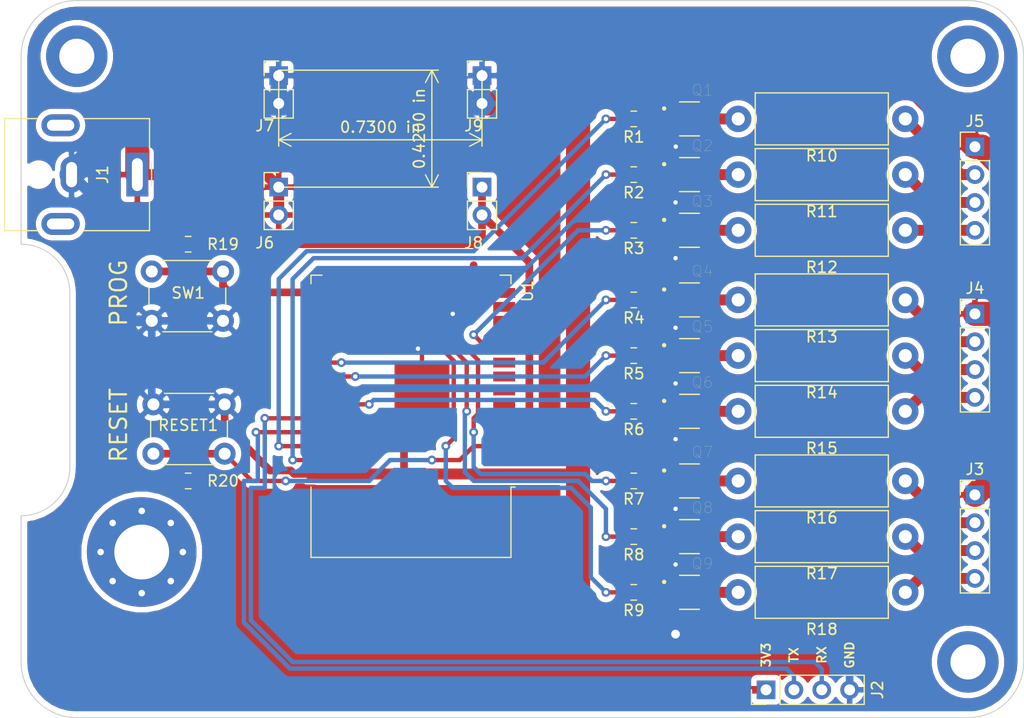
<source format=kicad_pcb>
(kicad_pcb (version 20171130) (host pcbnew 5.1.8)
  (layers (0 F.Cu signal) (31 B.Cu signal) (34 B.Paste user) (35 F.Paste user) (36 B.SilkS user) (37 F.SilkS user) (38 B.Mask user) (39 F.Mask user) (44 Edge.Cuts user))
  (net 0 "")
  (net 1 +12V)
  (net 2 GND)
  (net 3 "Net-(J3-Pad2)")
  (net 4 +3V3)
  (net 5 "Net-(J4-Pad4)")
  (net 6 "Net-(J4-Pad3)")
  (net 7 "Net-(J4-Pad2)")
  (net 8 "Net-(J5-Pad4)")
  (net 9 "Net-(J5-Pad3)")
  (net 10 "Net-(J5-Pad2)")
  (net 11 "Net-(Q1-Pad3)")
  (net 12 "Net-(Q1-Pad1)")
  (net 13 "Net-(Q2-Pad3)")
  (net 14 "Net-(Q2-Pad1)")
  (net 15 "Net-(Q3-Pad3)")
  (net 16 "Net-(Q3-Pad1)")
  (net 17 "Net-(Q4-Pad3)")
  (net 18 "Net-(Q4-Pad1)")
  (net 19 "Net-(Q5-Pad3)")
  (net 20 "Net-(Q5-Pad1)")
  (net 21 "Net-(Q6-Pad3)")
  (net 22 "Net-(Q6-Pad1)")
  (net 23 "Net-(Q7-Pad3)")
  (net 24 "Net-(Q7-Pad1)")
  (net 25 "Net-(Q8-Pad3)")
  (net 26 "Net-(Q8-Pad1)")
  (net 27 "Net-(Q9-Pad3)")
  (net 28 "Net-(Q9-Pad1)")
  (net 29 "Net-(R1-Pad2)")
  (net 30 "Net-(R2-Pad2)")
  (net 31 "Net-(R3-Pad2)")
  (net 32 "Net-(R4-Pad2)")
  (net 33 "Net-(R5-Pad2)")
  (net 34 "Net-(R6-Pad2)")
  (net 35 "Net-(R7-Pad2)")
  (net 36 "Net-(R8-Pad2)")
  (net 37 "Net-(R9-Pad2)")
  (net 38 "Net-(U1-Pad32)")
  (net 39 "Net-(U1-Pad29)")
  (net 40 "Net-(U1-Pad23)")
  (net 41 "Net-(U1-Pad22)")
  (net 42 "Net-(U1-Pad21)")
  (net 43 "Net-(U1-Pad20)")
  (net 44 "Net-(U1-Pad19)")
  (net 45 "Net-(U1-Pad18)")
  (net 46 "Net-(U1-Pad17)")
  (net 47 "Net-(U1-Pad16)")
  (net 48 "Net-(U1-Pad14)")
  (net 49 "Net-(U1-Pad13)")
  (net 50 "Net-(U1-Pad12)")
  (net 51 "Net-(U1-Pad11)")
  (net 52 "Net-(U1-Pad9)")
  (net 53 "Net-(U1-Pad8)")
  (net 54 "Net-(U1-Pad7)")
  (net 55 "Net-(U1-Pad6)")
  (net 56 "Net-(U1-Pad5)")
  (net 57 "Net-(U1-Pad4)")
  (net 58 /TX0)
  (net 59 /RX0)
  (net 60 "Net-(J3-Pad4)")
  (net 61 "Net-(J3-Pad3)")
  (net 62 "Net-(R19-Pad2)")
  (net 63 "Net-(R20-Pad2)")
  (module MountingHole:MountingHole_3.2mm_M3_DIN965_Pad (layer F.Cu) (at 111.76 147.955)
    (fp_text reference " " (at 0 -3.8) (layer F.SilkS))
    (fp_text value MountingHole_3.2mm_M3_DIN965_Pad)
    (pad 1 thru_hole circle (at 0 0) (size 5.6 5.6) (drill 3.2) (layers *.Cu *.Mask))
  )
  (module MountingHole:MountingHole_3.2mm_M3_DIN965_Pad (layer F.Cu) (at 111.76 92.71)
    (fp_text reference " " (at 0 -3.8) (layer F.SilkS))
    (fp_text value MountingHole_3.2mm_M3_DIN965_Pad)
    (pad 1 thru_hole circle (at 0 0) (size 5.6 5.6) (drill 3.2) (layers *.Cu *.Mask))
  )
  (module MountingHole:MountingHole_3.2mm_M3_DIN965_Pad (layer F.Cu) (at 30.48 92.71)
    (fp_text reference " " (at 0 -3.8) (layer F.SilkS))
    (fp_text value MountingHole_3.2mm_M3_DIN965_Pad)
    (pad 1 thru_hole circle (at 0 0) (size 5.6 5.6) (drill 3.2) (layers *.Cu *.Mask))
  )
  (module Resistor_THT:R_Axial_DIN0414_L11.9mm_D4.5mm_P15.24mm_Horizontal (layer F.Cu) (at 106.045 141.605 180)
    (fp_text reference R18 (at 7.62 -3.37) (layer F.SilkS))
    (fp_text value 10)
    (pad 2 thru_hole oval (at 15.24 0 180) (size 2.4 2.4) (drill 1.2) (layers *.Cu *.Mask) (net 27 "Net-(Q9-Pad3)"))
    (pad 1 thru_hole circle (at 0 0 180) (size 2.4 2.4) (drill 1.2) (layers *.Cu *.Mask) (net 60 "Net-(J3-Pad4)"))
  )
  (module Resistor_THT:R_Axial_DIN0414_L11.9mm_D4.5mm_P15.24mm_Horizontal (layer F.Cu) (at 106.045 136.525 180)
    (fp_text reference R17 (at 7.62 -3.37) (layer F.SilkS))
    (fp_text value 10)
    (pad 2 thru_hole oval (at 15.24 0 180) (size 2.4 2.4) (drill 1.2) (layers *.Cu *.Mask) (net 25 "Net-(Q8-Pad3)"))
    (pad 1 thru_hole circle (at 0 0 180) (size 2.4 2.4) (drill 1.2) (layers *.Cu *.Mask) (net 61 "Net-(J3-Pad3)"))
  )
  (module Resistor_THT:R_Axial_DIN0414_L11.9mm_D4.5mm_P15.24mm_Horizontal (layer F.Cu) (at 106.045 131.445 180)
    (fp_text reference R16 (at 7.62 -3.37) (layer F.SilkS))
    (fp_text value 20)
    (pad 2 thru_hole oval (at 15.24 0 180) (size 2.4 2.4) (drill 1.2) (layers *.Cu *.Mask) (net 23 "Net-(Q7-Pad3)"))
    (pad 1 thru_hole circle (at 0 0 180) (size 2.4 2.4) (drill 1.2) (layers *.Cu *.Mask) (net 3 "Net-(J3-Pad2)"))
  )
  (module Resistor_THT:R_Axial_DIN0414_L11.9mm_D4.5mm_P15.24mm_Horizontal (layer F.Cu) (at 106.045 125.095 180)
    (fp_text reference R15 (at 7.62 -3.37) (layer F.SilkS))
    (fp_text value 10)
    (pad 2 thru_hole oval (at 15.24 0 180) (size 2.4 2.4) (drill 1.2) (layers *.Cu *.Mask) (net 21 "Net-(Q6-Pad3)"))
    (pad 1 thru_hole circle (at 0 0 180) (size 2.4 2.4) (drill 1.2) (layers *.Cu *.Mask) (net 5 "Net-(J4-Pad4)"))
  )
  (module Resistor_THT:R_Axial_DIN0414_L11.9mm_D4.5mm_P15.24mm_Horizontal (layer F.Cu) (at 106.045 120.015 180)
    (fp_text reference R14 (at 7.62 -3.37) (layer F.SilkS))
    (fp_text value 10)
    (pad 2 thru_hole oval (at 15.24 0 180) (size 2.4 2.4) (drill 1.2) (layers *.Cu *.Mask) (net 19 "Net-(Q5-Pad3)"))
    (pad 1 thru_hole circle (at 0 0 180) (size 2.4 2.4) (drill 1.2) (layers *.Cu *.Mask) (net 6 "Net-(J4-Pad3)"))
  )
  (module Resistor_THT:R_Axial_DIN0414_L11.9mm_D4.5mm_P15.24mm_Horizontal (layer F.Cu) (at 106.045 114.935 180)
    (fp_text reference R13 (at 7.62 -3.37) (layer F.SilkS))
    (fp_text value 20)
    (pad 2 thru_hole oval (at 15.24 0 180) (size 2.4 2.4) (drill 1.2) (layers *.Cu *.Mask) (net 17 "Net-(Q4-Pad3)"))
    (pad 1 thru_hole circle (at 0 0 180) (size 2.4 2.4) (drill 1.2) (layers *.Cu *.Mask) (net 7 "Net-(J4-Pad2)"))
  )
  (module Resistor_THT:R_Axial_DIN0414_L11.9mm_D4.5mm_P15.24mm_Horizontal (layer F.Cu) (at 106.045 108.585 180)
    (fp_text reference R12 (at 7.62 -3.37) (layer F.SilkS))
    (fp_text value 10)
    (pad 2 thru_hole oval (at 15.24 0 180) (size 2.4 2.4) (drill 1.2) (layers *.Cu *.Mask) (net 15 "Net-(Q3-Pad3)"))
    (pad 1 thru_hole circle (at 0 0 180) (size 2.4 2.4) (drill 1.2) (layers *.Cu *.Mask) (net 8 "Net-(J5-Pad4)"))
  )
  (module Resistor_THT:R_Axial_DIN0414_L11.9mm_D4.5mm_P15.24mm_Horizontal (layer F.Cu) (at 106.045 103.505 180)
    (fp_text reference R11 (at 7.62 -3.37) (layer F.SilkS))
    (fp_text value 10)
    (pad 2 thru_hole oval (at 15.24 0 180) (size 2.4 2.4) (drill 1.2) (layers *.Cu *.Mask) (net 13 "Net-(Q2-Pad3)"))
    (pad 1 thru_hole circle (at 0 0 180) (size 2.4 2.4) (drill 1.2) (layers *.Cu *.Mask) (net 9 "Net-(J5-Pad3)"))
  )
  (module Resistor_THT:R_Axial_DIN0414_L11.9mm_D4.5mm_P15.24mm_Horizontal (layer F.Cu) (at 106.045 98.425 180)
    (fp_text reference R10 (at 7.62 -3.37) (layer F.SilkS))
    (fp_text value 20)
    (pad 2 thru_hole oval (at 15.24 0 180) (size 2.4 2.4) (drill 1.2) (layers *.Cu *.Mask) (net 11 "Net-(Q1-Pad3)"))
    (pad 1 thru_hole circle (at 0 0 180) (size 2.4 2.4) (drill 1.2) (layers *.Cu *.Mask) (net 10 "Net-(J5-Pad2)"))
  )
  (module Connector_PinHeader_2.54mm:PinHeader_1x04_P2.54mm_Vertical (layer F.Cu) (at 112.395 132.715)
    (fp_text reference J3 (at 0 -2.33) (layer F.SilkS))
    (fp_text value Conn_01x04)
    (pad 4 thru_hole oval (at 0 7.62) (size 1.7 1.7) (drill 1) (layers *.Cu *.Mask) (net 60 "Net-(J3-Pad4)"))
    (pad 3 thru_hole oval (at 0 5.08) (size 1.7 1.7) (drill 1) (layers *.Cu *.Mask) (net 61 "Net-(J3-Pad3)"))
    (pad 2 thru_hole oval (at 0 2.54) (size 1.7 1.7) (drill 1) (layers *.Cu *.Mask) (net 3 "Net-(J3-Pad2)"))
    (pad 1 thru_hole rect (at 0 0) (size 1.7 1.7) (drill 1) (layers *.Cu *.Mask) (net 1 +12V))
  )
  (module Button_Switch_THT:SW_PUSH_6mm (layer F.Cu) (at 37.465 124.46)
    (fp_text reference RESET1 (at 3.175 1.905 180) (layer F.SilkS))
    (fp_text value SW2)
    (pad 1 thru_hole circle (at 6.5 0 90) (size 2 2) (drill 1.1) (layers *.Cu *.Mask) (net 2 GND))
    (pad 2 thru_hole circle (at 6.5 4.5 90) (size 2 2) (drill 1.1) (layers *.Cu *.Mask) (net 63 "Net-(R20-Pad2)"))
    (pad 1 thru_hole circle (at 0 0 90) (size 2 2) (drill 1.1) (layers *.Cu *.Mask) (net 2 GND))
    (pad 2 thru_hole circle (at 0 4.5 90) (size 2 2) (drill 1.1) (layers *.Cu *.Mask) (net 63 "Net-(R20-Pad2)"))
  )
  (module Resistor_SMD:R_0805_2012Metric (layer F.Cu) (at 40.64 131.445)
    (fp_text reference R20 (at 3.175 0) (layer F.SilkS))
    (fp_text value 10k)
    (pad 2 smd roundrect (at 0.9375 0) (size 0.975 1.4) (layers F.Cu F.Paste F.Mask) (net 63 "Net-(R20-Pad2)"))
    (pad 1 smd roundrect (at -0.9375 0) (size 0.975 1.4) (layers F.Cu F.Paste F.Mask) (net 4 +3V3))
  )
  (module JLCPCB:SOT95P280X125-3N (layer F.Cu) (at 86.36 125.095)
    (fp_text reference Q6 (at 1.175 -2.635) (layer F.SilkS) (effects (font (thickness 0.015))))
    (fp_text value AO3400A)
    (pad 1 smd rect (at -1.255 -0.95) (size 1.21 0.59) (layers F.Cu F.Paste F.Mask) (net 22 "Net-(Q6-Pad1)"))
    (pad 3 smd rect (at 1.255 0) (size 1.21 0.59) (layers F.Cu F.Paste F.Mask) (net 21 "Net-(Q6-Pad3)"))
    (pad 2 smd rect (at -1.255 0.95) (size 1.21 0.59) (layers F.Cu F.Paste F.Mask) (net 2 GND))
  )
  (module JLCPCB:SOT95P280X125-3N (layer F.Cu) (at 86.36 103.505)
    (fp_text reference Q2 (at 1.175 -2.635) (layer F.SilkS) (effects (font (thickness 0.015))))
    (fp_text value AO3400A)
    (pad 1 smd rect (at -1.255 -0.95) (size 1.21 0.59) (layers F.Cu F.Paste F.Mask) (net 14 "Net-(Q2-Pad1)"))
    (pad 3 smd rect (at 1.255 0) (size 1.21 0.59) (layers F.Cu F.Paste F.Mask) (net 13 "Net-(Q2-Pad3)"))
    (pad 2 smd rect (at -1.255 0.95) (size 1.21 0.59) (layers F.Cu F.Paste F.Mask) (net 2 GND))
  )
  (module JLCPCB:SOT95P280X125-3N (layer F.Cu) (at 86.36 108.585)
    (fp_text reference Q3 (at 1.175 -2.635) (layer F.SilkS) (effects (font (thickness 0.015))))
    (fp_text value AO3400A)
    (pad 1 smd rect (at -1.255 -0.95) (size 1.21 0.59) (layers F.Cu F.Paste F.Mask) (net 16 "Net-(Q3-Pad1)"))
    (pad 3 smd rect (at 1.255 0) (size 1.21 0.59) (layers F.Cu F.Paste F.Mask) (net 15 "Net-(Q3-Pad3)"))
    (pad 2 smd rect (at -1.255 0.95) (size 1.21 0.59) (layers F.Cu F.Paste F.Mask) (net 2 GND))
  )
  (module JLCPCB:SOT95P280X125-3N (layer F.Cu) (at 86.36 114.935)
    (fp_text reference Q4 (at 1.175 -2.635) (layer F.SilkS) (effects (font (thickness 0.015))))
    (fp_text value AO3400A)
    (pad 1 smd rect (at -1.255 -0.95) (size 1.21 0.59) (layers F.Cu F.Paste F.Mask) (net 18 "Net-(Q4-Pad1)"))
    (pad 3 smd rect (at 1.255 0) (size 1.21 0.59) (layers F.Cu F.Paste F.Mask) (net 17 "Net-(Q4-Pad3)"))
    (pad 2 smd rect (at -1.255 0.95) (size 1.21 0.59) (layers F.Cu F.Paste F.Mask) (net 2 GND))
  )
  (module JLCPCB:SOT95P280X125-3N (layer F.Cu) (at 86.36 141.605)
    (fp_text reference Q9 (at 1.175 -2.635) (layer F.SilkS) (effects (font (thickness 0.015))))
    (fp_text value AO3400A)
    (pad 1 smd rect (at -1.255 -0.95) (size 1.21 0.59) (layers F.Cu F.Paste F.Mask) (net 28 "Net-(Q9-Pad1)"))
    (pad 3 smd rect (at 1.255 0) (size 1.21 0.59) (layers F.Cu F.Paste F.Mask) (net 27 "Net-(Q9-Pad3)"))
    (pad 2 smd rect (at -1.255 0.95) (size 1.21 0.59) (layers F.Cu F.Paste F.Mask) (net 2 GND))
  )
  (module JLCPCB:SOT95P280X125-3N (layer F.Cu) (at 86.36 136.525)
    (fp_text reference Q8 (at 1.175 -2.635) (layer F.SilkS) (effects (font (thickness 0.015))))
    (fp_text value AO3400A)
    (pad 1 smd rect (at -1.255 -0.95) (size 1.21 0.59) (layers F.Cu F.Paste F.Mask) (net 26 "Net-(Q8-Pad1)"))
    (pad 3 smd rect (at 1.255 0) (size 1.21 0.59) (layers F.Cu F.Paste F.Mask) (net 25 "Net-(Q8-Pad3)"))
    (pad 2 smd rect (at -1.255 0.95) (size 1.21 0.59) (layers F.Cu F.Paste F.Mask) (net 2 GND))
  )
  (module JLCPCB:SOT95P280X125-3N (layer F.Cu) (at 86.36 131.445)
    (fp_text reference Q7 (at 1.175 -2.635) (layer F.SilkS) (effects (font (thickness 0.015))))
    (fp_text value AO3400A)
    (pad 1 smd rect (at -1.255 -0.95) (size 1.21 0.59) (layers F.Cu F.Paste F.Mask) (net 24 "Net-(Q7-Pad1)"))
    (pad 3 smd rect (at 1.255 0) (size 1.21 0.59) (layers F.Cu F.Paste F.Mask) (net 23 "Net-(Q7-Pad3)"))
    (pad 2 smd rect (at -1.255 0.95) (size 1.21 0.59) (layers F.Cu F.Paste F.Mask) (net 2 GND))
  )
  (module JLCPCB:SOT95P280X125-3N (layer F.Cu) (at 86.36 120.015)
    (fp_text reference Q5 (at 1.175 -2.635) (layer F.SilkS) (effects (font (thickness 0.015))))
    (fp_text value AO3400A)
    (pad 1 smd rect (at -1.255 -0.95) (size 1.21 0.59) (layers F.Cu F.Paste F.Mask) (net 20 "Net-(Q5-Pad1)"))
    (pad 3 smd rect (at 1.255 0) (size 1.21 0.59) (layers F.Cu F.Paste F.Mask) (net 19 "Net-(Q5-Pad3)"))
    (pad 2 smd rect (at -1.255 0.95) (size 1.21 0.59) (layers F.Cu F.Paste F.Mask) (net 2 GND))
  )
  (module JLCPCB:SOT95P280X125-3N (layer F.Cu) (at 86.36 98.425)
    (fp_text reference Q1 (at 1.175 -2.635) (layer F.SilkS) (effects (font (thickness 0.015))))
    (fp_text value AO3400A)
    (pad 1 smd rect (at -1.255 -0.95) (size 1.21 0.59) (layers F.Cu F.Paste F.Mask) (net 12 "Net-(Q1-Pad1)"))
    (pad 3 smd rect (at 1.255 0) (size 1.21 0.59) (layers F.Cu F.Paste F.Mask) (net 11 "Net-(Q1-Pad3)"))
    (pad 2 smd rect (at -1.255 0.95) (size 1.21 0.59) (layers F.Cu F.Paste F.Mask) (net 2 GND))
  )
  (module MountingHole:MountingHole_5mm_Pad_Via (layer F.Cu) (at 36.4 137.93)
    (fp_text reference "" (at 0 -6) (layer F.SilkS))
    (fp_text value MountingHole_5mm_Pad_Via)
    (pad 1 thru_hole circle (at 2.65165 -2.65165) (size 0.9 0.9) (drill 0.6) (layers *.Cu *.Mask))
    (pad 1 thru_hole circle (at 0 -3.75) (size 0.9 0.9) (drill 0.6) (layers *.Cu *.Mask))
    (pad 1 thru_hole circle (at -2.65165 -2.65165) (size 0.9 0.9) (drill 0.6) (layers *.Cu *.Mask))
    (pad 1 thru_hole circle (at -3.75 0) (size 0.9 0.9) (drill 0.6) (layers *.Cu *.Mask))
    (pad 1 thru_hole circle (at -2.65165 2.65165) (size 0.9 0.9) (drill 0.6) (layers *.Cu *.Mask))
    (pad 1 thru_hole circle (at 0 3.75) (size 0.9 0.9) (drill 0.6) (layers *.Cu *.Mask))
    (pad 1 thru_hole circle (at 2.65165 2.65165) (size 0.9 0.9) (drill 0.6) (layers *.Cu *.Mask))
    (pad 1 thru_hole circle (at 3.75 0) (size 0.9 0.9) (drill 0.6) (layers *.Cu *.Mask))
    (pad 1 thru_hole circle (at 0 0) (size 10 10) (drill 5) (layers *.Cu *.Mask))
  )
  (module RF_Module:ESP32-WROOM-32 (layer F.Cu) (at 60.96 122.555 180)
    (fp_text reference U1 (at -10.61 8.43 90) (layer F.SilkS))
    (fp_text value ESP32-WROOM-32)
    (pad 38 smd rect (at 8.5 -8.255 180) (size 2 0.9) (layers F.Cu F.Paste F.Mask) (net 2 GND))
    (pad 37 smd rect (at 8.5 -6.985 180) (size 2 0.9) (layers F.Cu F.Paste F.Mask) (net 30 "Net-(R2-Pad2)"))
    (pad 36 smd rect (at 8.5 -5.715 180) (size 2 0.9) (layers F.Cu F.Paste F.Mask) (net 29 "Net-(R1-Pad2)"))
    (pad 35 smd rect (at 8.5 -4.445 180) (size 2 0.9) (layers F.Cu F.Paste F.Mask) (net 58 /TX0))
    (pad 34 smd rect (at 8.5 -3.175 180) (size 2 0.9) (layers F.Cu F.Paste F.Mask) (net 59 /RX0))
    (pad 33 smd rect (at 8.5 -1.905 180) (size 2 0.9) (layers F.Cu F.Paste F.Mask) (net 34 "Net-(R6-Pad2)"))
    (pad 32 smd rect (at 8.5 -0.635 180) (size 2 0.9) (layers F.Cu F.Paste F.Mask) (net 38 "Net-(U1-Pad32)"))
    (pad 31 smd rect (at 8.5 0.635 180) (size 2 0.9) (layers F.Cu F.Paste F.Mask) (net 33 "Net-(R5-Pad2)"))
    (pad 30 smd rect (at 8.5 1.905 180) (size 2 0.9) (layers F.Cu F.Paste F.Mask) (net 32 "Net-(R4-Pad2)"))
    (pad 29 smd rect (at 8.5 3.175 180) (size 2 0.9) (layers F.Cu F.Paste F.Mask) (net 39 "Net-(U1-Pad29)"))
    (pad 28 smd rect (at 8.5 4.445 180) (size 2 0.9) (layers F.Cu F.Paste F.Mask) (net 37 "Net-(R9-Pad2)"))
    (pad 27 smd rect (at 8.5 5.715 180) (size 2 0.9) (layers F.Cu F.Paste F.Mask) (net 36 "Net-(R8-Pad2)"))
    (pad 26 smd rect (at 8.5 6.985 180) (size 2 0.9) (layers F.Cu F.Paste F.Mask) (net 35 "Net-(R7-Pad2)"))
    (pad 25 smd rect (at 8.5 8.255 180) (size 2 0.9) (layers F.Cu F.Paste F.Mask) (net 62 "Net-(R19-Pad2)"))
    (pad 24 smd rect (at 5.715 9.255 270) (size 2 0.9) (layers F.Cu F.Paste F.Mask) (net 2 GND))
    (pad 23 smd rect (at 4.445 9.255 270) (size 2 0.9) (layers F.Cu F.Paste F.Mask) (net 40 "Net-(U1-Pad23)"))
    (pad 22 smd rect (at 3.175 9.255 270) (size 2 0.9) (layers F.Cu F.Paste F.Mask) (net 41 "Net-(U1-Pad22)"))
    (pad 21 smd rect (at 1.905 9.255 270) (size 2 0.9) (layers F.Cu F.Paste F.Mask) (net 42 "Net-(U1-Pad21)"))
    (pad 20 smd rect (at 0.635 9.255 270) (size 2 0.9) (layers F.Cu F.Paste F.Mask) (net 43 "Net-(U1-Pad20)"))
    (pad 19 smd rect (at -0.635 9.255 270) (size 2 0.9) (layers F.Cu F.Paste F.Mask) (net 44 "Net-(U1-Pad19)"))
    (pad 18 smd rect (at -1.905 9.255 270) (size 2 0.9) (layers F.Cu F.Paste F.Mask) (net 45 "Net-(U1-Pad18)"))
    (pad 17 smd rect (at -3.175 9.255 270) (size 2 0.9) (layers F.Cu F.Paste F.Mask) (net 46 "Net-(U1-Pad17)"))
    (pad 16 smd rect (at -4.445 9.255 270) (size 2 0.9) (layers F.Cu F.Paste F.Mask) (net 47 "Net-(U1-Pad16)"))
    (pad 15 smd rect (at -5.715 9.255 270) (size 2 0.9) (layers F.Cu F.Paste F.Mask) (net 2 GND))
    (pad 14 smd rect (at -8.5 8.255 180) (size 2 0.9) (layers F.Cu F.Paste F.Mask) (net 48 "Net-(U1-Pad14)"))
    (pad 13 smd rect (at -8.5 6.985 180) (size 2 0.9) (layers F.Cu F.Paste F.Mask) (net 49 "Net-(U1-Pad13)"))
    (pad 12 smd rect (at -8.5 5.715 180) (size 2 0.9) (layers F.Cu F.Paste F.Mask) (net 50 "Net-(U1-Pad12)"))
    (pad 11 smd rect (at -8.5 4.445 180) (size 2 0.9) (layers F.Cu F.Paste F.Mask) (net 51 "Net-(U1-Pad11)"))
    (pad 10 smd rect (at -8.5 3.175 180) (size 2 0.9) (layers F.Cu F.Paste F.Mask) (net 31 "Net-(R3-Pad2)"))
    (pad 9 smd rect (at -8.5 1.905 180) (size 2 0.9) (layers F.Cu F.Paste F.Mask) (net 52 "Net-(U1-Pad9)"))
    (pad 8 smd rect (at -8.5 0.635 180) (size 2 0.9) (layers F.Cu F.Paste F.Mask) (net 53 "Net-(U1-Pad8)"))
    (pad 7 smd rect (at -8.5 -0.635 180) (size 2 0.9) (layers F.Cu F.Paste F.Mask) (net 54 "Net-(U1-Pad7)"))
    (pad 6 smd rect (at -8.5 -1.905 180) (size 2 0.9) (layers F.Cu F.Paste F.Mask) (net 55 "Net-(U1-Pad6)"))
    (pad 5 smd rect (at -8.5 -3.175 180) (size 2 0.9) (layers F.Cu F.Paste F.Mask) (net 56 "Net-(U1-Pad5)"))
    (pad 4 smd rect (at -8.5 -4.445 180) (size 2 0.9) (layers F.Cu F.Paste F.Mask) (net 57 "Net-(U1-Pad4)"))
    (pad 3 smd rect (at -8.5 -5.715 180) (size 2 0.9) (layers F.Cu F.Paste F.Mask) (net 63 "Net-(R20-Pad2)"))
    (pad 2 smd rect (at -8.5 -6.985 180) (size 2 0.9) (layers F.Cu F.Paste F.Mask) (net 4 +3V3))
    (pad 1 smd rect (at -8.5 -8.255 180) (size 2 0.9) (layers F.Cu F.Paste F.Mask) (net 2 GND))
    (pad 39 smd rect (at -1 -0.755 180) (size 5 5) (layers F.Cu F.Paste F.Mask) (net 2 GND))
  )
  (module Button_Switch_THT:SW_PUSH_6mm (layer F.Cu) (at 43.815 116.84 180)
    (fp_text reference SW1 (at 3.175 2.54) (layer F.SilkS))
    (fp_text value PROG)
    (pad 1 thru_hole circle (at 6.5 0 270) (size 2 2) (drill 1.1) (layers *.Cu *.Mask) (net 2 GND))
    (pad 2 thru_hole circle (at 6.5 4.5 270) (size 2 2) (drill 1.1) (layers *.Cu *.Mask) (net 62 "Net-(R19-Pad2)"))
    (pad 1 thru_hole circle (at 0 0 270) (size 2 2) (drill 1.1) (layers *.Cu *.Mask) (net 2 GND))
    (pad 2 thru_hole circle (at 0 4.5 270) (size 2 2) (drill 1.1) (layers *.Cu *.Mask) (net 62 "Net-(R19-Pad2)"))
  )
  (module Resistor_SMD:R_0805_2012Metric (layer F.Cu) (at 40.64 109.855)
    (fp_text reference R19 (at 3.175 0) (layer F.SilkS))
    (fp_text value 10k)
    (pad 2 smd roundrect (at 0.9375 0) (size 0.975 1.4) (layers F.Cu F.Paste F.Mask) (net 62 "Net-(R19-Pad2)"))
    (pad 1 smd roundrect (at -0.9375 0) (size 0.975 1.4) (layers F.Cu F.Paste F.Mask) (net 4 +3V3))
  )
  (module Resistor_SMD:R_0805_2012Metric (layer F.Cu) (at 81.28 141.605 180)
    (fp_text reference R9 (at 0 -1.65) (layer F.SilkS))
    (fp_text value 120)
    (pad 2 smd roundrect (at 0.9375 0 180) (size 0.975 1.4) (layers F.Cu F.Paste F.Mask) (net 37 "Net-(R9-Pad2)"))
    (pad 1 smd roundrect (at -0.9375 0 180) (size 0.975 1.4) (layers F.Cu F.Paste F.Mask) (net 28 "Net-(Q9-Pad1)"))
  )
  (module Resistor_SMD:R_0805_2012Metric (layer F.Cu) (at 81.28 136.525 180)
    (fp_text reference R8 (at 0 -1.65) (layer F.SilkS))
    (fp_text value 120)
    (pad 2 smd roundrect (at 0.9375 0 180) (size 0.975 1.4) (layers F.Cu F.Paste F.Mask) (net 36 "Net-(R8-Pad2)"))
    (pad 1 smd roundrect (at -0.9375 0 180) (size 0.975 1.4) (layers F.Cu F.Paste F.Mask) (net 26 "Net-(Q8-Pad1)"))
  )
  (module Resistor_SMD:R_0805_2012Metric (layer F.Cu) (at 81.28 131.445 180)
    (fp_text reference R7 (at 0 -1.65) (layer F.SilkS))
    (fp_text value 120)
    (pad 2 smd roundrect (at 0.9375 0 180) (size 0.975 1.4) (layers F.Cu F.Paste F.Mask) (net 35 "Net-(R7-Pad2)"))
    (pad 1 smd roundrect (at -0.9375 0 180) (size 0.975 1.4) (layers F.Cu F.Paste F.Mask) (net 24 "Net-(Q7-Pad1)"))
  )
  (module Resistor_SMD:R_0805_2012Metric (layer F.Cu) (at 81.28 125.095 180)
    (fp_text reference R6 (at 0 -1.65) (layer F.SilkS))
    (fp_text value 120)
    (pad 2 smd roundrect (at 0.9375 0 180) (size 0.975 1.4) (layers F.Cu F.Paste F.Mask) (net 34 "Net-(R6-Pad2)"))
    (pad 1 smd roundrect (at -0.9375 0 180) (size 0.975 1.4) (layers F.Cu F.Paste F.Mask) (net 22 "Net-(Q6-Pad1)"))
  )
  (module Resistor_SMD:R_0805_2012Metric (layer F.Cu) (at 81.28 120.015 180)
    (fp_text reference R5 (at 0 -1.65) (layer F.SilkS))
    (fp_text value 120)
    (pad 2 smd roundrect (at 0.9375 0 180) (size 0.975 1.4) (layers F.Cu F.Paste F.Mask) (net 33 "Net-(R5-Pad2)"))
    (pad 1 smd roundrect (at -0.9375 0 180) (size 0.975 1.4) (layers F.Cu F.Paste F.Mask) (net 20 "Net-(Q5-Pad1)"))
  )
  (module Resistor_SMD:R_0805_2012Metric (layer F.Cu) (at 81.28 114.935 180)
    (fp_text reference R4 (at 0 -1.65) (layer F.SilkS))
    (fp_text value 120)
    (pad 2 smd roundrect (at 0.9375 0 180) (size 0.975 1.4) (layers F.Cu F.Paste F.Mask) (net 32 "Net-(R4-Pad2)"))
    (pad 1 smd roundrect (at -0.9375 0 180) (size 0.975 1.4) (layers F.Cu F.Paste F.Mask) (net 18 "Net-(Q4-Pad1)"))
  )
  (module Resistor_SMD:R_0805_2012Metric (layer F.Cu) (at 81.28 108.585 180)
    (fp_text reference R3 (at 0 -1.65) (layer F.SilkS))
    (fp_text value 120)
    (pad 2 smd roundrect (at 0.9375 0 180) (size 0.975 1.4) (layers F.Cu F.Paste F.Mask) (net 31 "Net-(R3-Pad2)"))
    (pad 1 smd roundrect (at -0.9375 0 180) (size 0.975 1.4) (layers F.Cu F.Paste F.Mask) (net 16 "Net-(Q3-Pad1)"))
  )
  (module Resistor_SMD:R_0805_2012Metric (layer F.Cu) (at 81.28 103.505 180)
    (fp_text reference R2 (at 0 -1.65) (layer F.SilkS))
    (fp_text value 120)
    (pad 2 smd roundrect (at 0.9375 0 180) (size 0.975 1.4) (layers F.Cu F.Paste F.Mask) (net 30 "Net-(R2-Pad2)"))
    (pad 1 smd roundrect (at -0.9375 0 180) (size 0.975 1.4) (layers F.Cu F.Paste F.Mask) (net 14 "Net-(Q2-Pad1)"))
  )
  (module Resistor_SMD:R_0805_2012Metric (layer F.Cu) (at 81.28 98.425 180)
    (fp_text reference R1 (at 0 -1.65) (layer F.SilkS))
    (fp_text value 120)
    (pad 2 smd roundrect (at 0.9375 0 180) (size 0.975 1.4) (layers F.Cu F.Paste F.Mask) (net 29 "Net-(R1-Pad2)"))
    (pad 1 smd roundrect (at -0.9375 0 180) (size 0.975 1.4) (layers F.Cu F.Paste F.Mask) (net 12 "Net-(Q1-Pad1)"))
  )
  (module Connector_PinHeader_2.54mm:PinHeader_1x02_P2.54mm_Vertical (layer F.Cu) (at 67.437 94.48)
    (fp_text reference J9 (at -0.762 4.572) (layer F.SilkS))
    (fp_text value Conn_01x02_Male)
    (pad 2 thru_hole oval (at 0 2.54) (size 1.7 1.7) (drill 1) (layers *.Cu *.Mask) (net 2 GND))
    (pad 1 thru_hole rect (at 0 0) (size 1.7 1.7) (drill 1) (layers *.Cu *.Mask) (net 2 GND))
  )
  (module Connector_PinHeader_2.54mm:PinHeader_1x02_P2.54mm_Vertical (layer F.Cu) (at 67.437 104.648)
    (fp_text reference J8 (at -0.762 5.08) (layer F.SilkS))
    (fp_text value Conn_01x02_Male)
    (pad 2 thru_hole oval (at 0 2.54) (size 1.7 1.7) (drill 1) (layers *.Cu *.Mask) (net 4 +3V3))
    (pad 1 thru_hole rect (at 0 0) (size 1.7 1.7) (drill 1) (layers *.Cu *.Mask) (net 4 +3V3))
  )
  (module Connector_PinHeader_2.54mm:PinHeader_1x02_P2.54mm_Vertical (layer F.Cu) (at 48.895 94.48)
    (fp_text reference J7 (at -1.27 4.572) (layer F.SilkS))
    (fp_text value Conn_01x02_Male)
    (pad 2 thru_hole oval (at 0 2.54) (size 1.7 1.7) (drill 1) (layers *.Cu *.Mask) (net 2 GND))
    (pad 1 thru_hole rect (at 0 0) (size 1.7 1.7) (drill 1) (layers *.Cu *.Mask) (net 2 GND))
  )
  (module Connector_PinHeader_2.54mm:PinHeader_1x02_P2.54mm_Vertical (layer F.Cu) (at 48.895 104.648)
    (fp_text reference J6 (at -1.27 5.08) (layer F.SilkS))
    (fp_text value Conn_01x02_Male)
    (pad 2 thru_hole oval (at 0 2.54) (size 1.7 1.7) (drill 1) (layers *.Cu *.Mask) (net 1 +12V))
    (pad 1 thru_hole rect (at 0 0) (size 1.7 1.7) (drill 1) (layers *.Cu *.Mask) (net 1 +12V))
  )
  (module Connector_PinHeader_2.54mm:PinHeader_1x04_P2.54mm_Vertical (layer F.Cu) (at 112.395 100.965)
    (fp_text reference J5 (at 0 -2.33) (layer F.SilkS))
    (fp_text value Conn_01x04)
    (pad 4 thru_hole oval (at 0 7.62) (size 1.7 1.7) (drill 1) (layers *.Cu *.Mask) (net 8 "Net-(J5-Pad4)"))
    (pad 3 thru_hole oval (at 0 5.08) (size 1.7 1.7) (drill 1) (layers *.Cu *.Mask) (net 9 "Net-(J5-Pad3)"))
    (pad 2 thru_hole oval (at 0 2.54) (size 1.7 1.7) (drill 1) (layers *.Cu *.Mask) (net 10 "Net-(J5-Pad2)"))
    (pad 1 thru_hole rect (at 0 0) (size 1.7 1.7) (drill 1) (layers *.Cu *.Mask) (net 1 +12V))
  )
  (module Connector_PinHeader_2.54mm:PinHeader_1x04_P2.54mm_Vertical (layer F.Cu) (at 112.395 116.205)
    (fp_text reference J4 (at 0 -2.33) (layer F.SilkS))
    (fp_text value Conn_01x04)
    (pad 4 thru_hole oval (at 0 7.62) (size 1.7 1.7) (drill 1) (layers *.Cu *.Mask) (net 5 "Net-(J4-Pad4)"))
    (pad 3 thru_hole oval (at 0 5.08) (size 1.7 1.7) (drill 1) (layers *.Cu *.Mask) (net 6 "Net-(J4-Pad3)"))
    (pad 2 thru_hole oval (at 0 2.54) (size 1.7 1.7) (drill 1) (layers *.Cu *.Mask) (net 7 "Net-(J4-Pad2)"))
    (pad 1 thru_hole rect (at 0 0) (size 1.7 1.7) (drill 1) (layers *.Cu *.Mask) (net 1 +12V))
  )
  (module Connector_PinHeader_2.54mm:PinHeader_1x04_P2.54mm_Vertical (layer F.Cu) (at 93.345 150.495 90)
    (fp_text reference J2 (at 0 10.16 90) (layer F.SilkS))
    (fp_text value Conn_01x04)
    (pad 4 thru_hole oval (at 0 7.62 90) (size 1.7 1.7) (drill 1) (layers *.Cu *.Mask) (net 2 GND))
    (pad 3 thru_hole oval (at 0 5.08 90) (size 1.7 1.7) (drill 1) (layers *.Cu *.Mask) (net 59 /RX0))
    (pad 2 thru_hole oval (at 0 2.54 90) (size 1.7 1.7) (drill 1) (layers *.Cu *.Mask) (net 58 /TX0))
    (pad 1 thru_hole rect (at 0 0 90) (size 1.7 1.7) (drill 1) (layers *.Cu *.Mask) (net 4 +3V3))
  )
  (module Connector_BarrelJack:BarrelJack_CUI_PJ-063AH_Horizontal (layer F.Cu) (at 36 103.505 270)
    (fp_text reference J1 (at 0 3.175 90) (layer F.SilkS))
    (fp_text value Jack-DC)
    (pad "" np_thru_hole circle (at 0 9 270) (size 1.6 1.6) (drill 1.6) (layers *.Cu *.Mask))
    (pad MP thru_hole oval (at 4.5 7 270) (size 2 3.5) (drill oval 1 2.5) (layers *.Cu *.Mask))
    (pad MP thru_hole oval (at -4.5 7 270) (size 2 3.5) (drill oval 1 2.5) (layers *.Cu *.Mask))
    (pad 2 thru_hole oval (at 0 6 270) (size 3.3 2) (drill oval 2.3 1) (layers *.Cu *.Mask) (net 2 GND))
    (pad 1 thru_hole rect (at 0 0 270) (size 4 2) (drill oval 3 1) (layers *.Cu *.Mask) (net 1 +12V))
  )
  (gr_line (start 25.4 134.62) (end 25.4 147.955) (layer Edge.Cuts) (width 0.1))
  (gr_arc (start 25.4 130.175) (end 25.4 134.62) (angle -90) (layer Edge.Cuts) (width 0.1))
  (gr_line (start 29.845 114.3) (end 29.845 130.175) (layer Edge.Cuts) (width 0.1))
  (gr_arc (start 25.4 114.3) (end 29.845 114.3) (angle -90) (layer Edge.Cuts) (width 0.1))
  (gr_text 3V3 (at 93.345 147.32 90) (layer F.SilkS) (effects (font (size 0.8 0.8) (thickness 0.16))))
  (gr_text GND (at 100.965 147.32 90) (layer F.SilkS) (effects (font (size 0.8 0.8) (thickness 0.16))))
  (gr_text RESET (at 34.29 126.365 90) (layer F.SilkS) (effects (font (size 1.5 1.5) (thickness 0.2))))
  (gr_text RX (at 98.425 147.32 90) (layer F.SilkS) (effects (font (size 0.8 0.8) (thickness 0.16))))
  (gr_text TX (at 95.885 147.32 90) (layer F.SilkS) (effects (font (size 0.8 0.8) (thickness 0.16))))
  (gr_arc (start 111.76 92.71) (end 116.84 92.71) (angle -90) (layer Edge.Cuts) (width 0.1))
  (gr_arc (start 111.76 147.955) (end 111.76 153.035) (angle -90) (layer Edge.Cuts) (width 0.1))
  (gr_arc (start 30.48 147.955) (end 25.4 147.955) (angle -90) (layer Edge.Cuts) (width 0.1))
  (gr_arc (start 30.48 92.71) (end 30.48 87.63) (angle -90) (layer Edge.Cuts) (width 0.1))
  (dimension 18.542 (width 0.12) (layer F.SilkS) (gr_text "18,542 mm" (at 58.166 101.599999) (layer F.SilkS) (effects (font (size 1 1) (thickness 0.15)))) (feature1 (pts (xy 67.437 93.98) (xy 67.437 100.91642))) (feature2 (pts (xy 48.895 93.98) (xy 48.895 100.91642))) (crossbar (pts (xy 48.895 100.329999) (xy 67.437 100.329999))) (arrow1a (pts (xy 67.437 100.329999) (xy 66.310496 100.91642))) (arrow1b (pts (xy 67.437 100.329999) (xy 66.310496 99.743578))) (arrow2a (pts (xy 48.895 100.329999) (xy 50.021504 100.91642))) (arrow2b (pts (xy 48.895 100.329999) (xy 50.021504 99.743578))))
  (dimension 10.668 (width 0.12) (layer F.SilkS) (gr_text "10,668 mm" (at 64.135 99.314 270) (layer F.SilkS) (effects (font (size 1 1) (thickness 0.15)))) (feature1 (pts (xy 48.895 104.648) (xy 63.451421 104.648))) (feature2 (pts (xy 48.895 93.98) (xy 63.451421 93.98))) (crossbar (pts (xy 62.865 93.98) (xy 62.865 104.648))) (arrow1a (pts (xy 62.865 104.648) (xy 62.278579 103.521496))) (arrow1b (pts (xy 62.865 104.648) (xy 63.451421 103.521496))) (arrow2a (pts (xy 62.865 93.98) (xy 62.278579 95.106504))) (arrow2b (pts (xy 62.865 93.98) (xy 63.451421 95.106504))))
  (gr_text PROG (at 34.29 114.3 90) (layer F.SilkS) (effects (font (size 1.5 1.5) (thickness 0.2))))
  (gr_line (start 30.48 87.63) (end 111.76 87.63) (layer Edge.Cuts) (width 0.1))
  (gr_line (start 25.4 109.855) (end 25.4 92.71) (layer Edge.Cuts) (width 0.1))
  (gr_line (start 111.76 153.035) (end 30.48 153.035) (layer Edge.Cuts) (width 0.1))
  (gr_line (start 116.84 92.71) (end 116.84 147.955) (layer Edge.Cuts) (width 0.1))
  (segment (start 113.037002 100.965) (end 114.935 102.862998) (width 2.2) (layer F.Cu) (net 1))
  (segment (start 112.395 100.965) (end 113.037002 100.965) (width 2.2) (layer F.Cu) (net 1))
  (segment (start 114.935 130.175) (end 112.395 132.715) (width 2.2) (layer F.Cu) (net 1))
  (segment (start 112.395 116.205) (end 114.935 116.205) (width 2.2) (layer F.Cu) (net 1))
  (segment (start 114.935 116.205) (end 114.935 130.175) (width 2.2) (layer F.Cu) (net 1))
  (segment (start 114.935 102.862998) (end 114.935 116.205) (width 2.2) (layer F.Cu) (net 1))
  (segment (start 48.895 104.648) (end 48.895 107.188) (width 1) (layer F.Cu) (net 1))
  (segment (start 47.752 103.505) (end 48.895 104.648) (width 1) (layer F.Cu) (net 1))
  (segment (start 36 103.505) (end 47.752 103.505) (width 1) (layer F.Cu) (net 1))
  (segment (start 36 103.505) (end 36 97.35) (width 2.2) (layer F.Cu) (net 1))
  (segment (start 36 97.35) (end 42.545 90.805) (width 2.2) (layer F.Cu) (net 1))
  (segment (start 102.235 90.805) (end 112.395 100.965) (width 2.2) (layer F.Cu) (net 1))
  (segment (start 42.545 90.805) (end 102.235 90.805) (width 2.2) (layer F.Cu) (net 1))
  (via (at 85.09 106.045) (size 0.8) (drill 0.4) (layers F.Cu B.Cu) (net 2))
  (via (at 85.09 111.125) (size 0.8) (drill 0.4) (layers F.Cu B.Cu) (net 2))
  (via (at 85.09 122.555) (size 0.8) (drill 0.4) (layers F.Cu B.Cu) (net 2))
  (via (at 85.09 117.475) (size 0.8) (drill 0.4) (layers F.Cu B.Cu) (net 2))
  (via (at 85.09 127.635) (size 0.8) (drill 0.4) (layers F.Cu B.Cu) (net 2))
  (via (at 85.09 133.985) (size 0.8) (drill 0.4) (layers F.Cu B.Cu) (net 2))
  (via (at 85.09 139.065) (size 0.8) (drill 0.4) (layers F.Cu B.Cu) (net 2))
  (segment (start 62.23 130.81) (end 69.46 130.81) (width 1) (layer F.Cu) (net 2))
  (segment (start 66.675 114.200002) (end 66.675 113.3) (width 0.4) (layer F.Cu) (net 2))
  (segment (start 66.105003 114.769999) (end 66.675 114.200002) (width 0.4) (layer F.Cu) (net 2))
  (segment (start 55.814997 114.769999) (end 66.105003 114.769999) (width 0.4) (layer F.Cu) (net 2))
  (segment (start 55.245 114.200002) (end 55.814997 114.769999) (width 0.4) (layer F.Cu) (net 2))
  (segment (start 55.245 113.3) (end 55.245 114.200002) (width 0.4) (layer F.Cu) (net 2))
  (segment (start 85.105 106.03) (end 85.09 106.045) (width 1) (layer F.Cu) (net 2))
  (segment (start 85.105 104.455) (end 85.105 106.03) (width 1) (layer F.Cu) (net 2))
  (segment (start 85.105 111.11) (end 85.09 111.125) (width 1) (layer F.Cu) (net 2))
  (segment (start 85.105 109.535) (end 85.105 111.11) (width 1) (layer F.Cu) (net 2))
  (segment (start 85.105 117.46) (end 85.09 117.475) (width 1) (layer F.Cu) (net 2))
  (segment (start 85.105 115.885) (end 85.105 117.46) (width 1) (layer F.Cu) (net 2))
  (segment (start 85.105 122.54) (end 85.09 122.555) (width 1) (layer F.Cu) (net 2))
  (segment (start 85.105 120.965) (end 85.105 122.54) (width 1) (layer F.Cu) (net 2))
  (segment (start 85.09 126.06) (end 85.105 126.045) (width 1) (layer F.Cu) (net 2))
  (segment (start 85.09 127.635) (end 85.09 126.06) (width 1) (layer F.Cu) (net 2))
  (segment (start 85.105 133.97) (end 85.09 133.985) (width 1) (layer F.Cu) (net 2))
  (segment (start 85.105 132.395) (end 85.105 133.97) (width 1) (layer F.Cu) (net 2))
  (segment (start 85.105 139.05) (end 85.09 139.065) (width 1) (layer F.Cu) (net 2))
  (segment (start 85.105 137.475) (end 85.105 139.05) (width 1) (layer F.Cu) (net 2))
  (segment (start 66.555001 113.180001) (end 66.675 113.3) (width 1) (layer F.Cu) (net 2))
  (segment (start 37.315 124.31) (end 37.465 124.46) (width 0.7) (layer B.Cu) (net 2))
  (segment (start 37.315 116.84) (end 37.315 124.31) (width 0.7) (layer B.Cu) (net 2))
  (segment (start 37.465 124.46) (end 43.965 124.46) (width 0.7) (layer B.Cu) (net 2))
  (segment (start 60.325 130.81) (end 60.325 124.945) (width 0.7) (layer F.Cu) (net 2))
  (segment (start 60.325 124.945) (end 61.96 123.31) (width 0.7) (layer F.Cu) (net 2))
  (segment (start 52.46 130.81) (end 60.325 130.81) (width 1) (layer F.Cu) (net 2))
  (segment (start 60.325 130.81) (end 62.23 130.81) (width 1) (layer F.Cu) (net 2))
  (segment (start 66.675 113.3) (end 66.675 111.76) (width 0.7) (layer F.Cu) (net 2))
  (segment (start 37.315 116.84) (end 43.815 116.84) (width 0.7) (layer B.Cu) (net 2))
  (segment (start 48.895 94.48) (end 48.895 97.02) (width 1.5) (layer B.Cu) (net 2))
  (segment (start 67.437 94.48) (end 67.437 97.02) (width 1.5) (layer B.Cu) (net 2))
  (via (at 85.09 145.415) (size 2.2) (drill 0.8) (layers F.Cu B.Cu) (net 2))
  (segment (start 66.105003 114.869997) (end 66.105003 114.769999) (width 0.4) (layer F.Cu) (net 2))
  (segment (start 85.09 145.415) (end 85.09 139.7) (width 2.2) (layer B.Cu) (net 2))
  (segment (start 85.09 139.065) (end 85.09 133.985) (width 2.2) (layer B.Cu) (net 2))
  (segment (start 85.09 127.635) (end 85.09 122.555) (width 2.2) (layer B.Cu) (net 2))
  (segment (start 85.09 122.555) (end 85.09 117.475) (width 2.2) (layer B.Cu) (net 2))
  (segment (start 85.09 117.475) (end 85.09 109.855) (width 2.2) (layer B.Cu) (net 2))
  (segment (start 85.09 109.855) (end 85.09 104.775) (width 2.2) (layer B.Cu) (net 2))
  (segment (start 85.09 106.045) (end 85.09 100.33) (width 2.2) (layer B.Cu) (net 2))
  (segment (start 85.105 99.375) (end 85.105 100.95) (width 1) (layer F.Cu) (net 2))
  (via (at 85.105 100.95) (size 0.8) (drill 0.4) (layers F.Cu B.Cu) (net 2))
  (segment (start 85.105 145.4) (end 85.09 145.415) (width 1) (layer F.Cu) (net 2))
  (segment (start 85.105 142.555) (end 85.105 145.4) (width 1) (layer F.Cu) (net 2))
  (segment (start 85.09 127.635) (end 85.09 133.985) (width 2.2) (layer B.Cu) (net 2))
  (segment (start 78.74 145.415) (end 76.2 142.875) (width 2.2) (layer F.Cu) (net 2))
  (segment (start 85.09 145.415) (end 78.74 145.415) (width 2.2) (layer F.Cu) (net 2))
  (segment (start 75.565 130.81) (end 76.2 131.445) (width 1) (layer F.Cu) (net 2))
  (segment (start 69.46 130.81) (end 75.565 130.81) (width 1) (layer F.Cu) (net 2))
  (segment (start 76.2 142.875) (end 76.2 131.445) (width 2.2) (layer F.Cu) (net 2))
  (segment (start 64.77 116.205) (end 66.105003 114.869997) (width 0.4) (layer F.Cu) (net 2))
  (segment (start 61.96 119.745) (end 61.595 119.38) (width 0.4) (layer F.Cu) (net 2))
  (via (at 64.77 116.205) (size 0.8) (drill 0.4) (layers F.Cu B.Cu) (net 2))
  (segment (start 61.595 119.38) (end 64.77 116.205) (width 0.4) (layer B.Cu) (net 2))
  (via (at 61.595 119.38) (size 0.8) (drill 0.4) (layers F.Cu B.Cu) (net 2))
  (segment (start 61.96 123.31) (end 61.96 119.745) (width 0.4) (layer F.Cu) (net 2))
  (segment (start 100.965 150.495) (end 100.965 147.32) (width 0.7) (layer B.Cu) (net 2))
  (segment (start 99.06 145.415) (end 85.09 145.415) (width 0.7) (layer B.Cu) (net 2))
  (segment (start 100.965 147.32) (end 99.06 145.415) (width 0.7) (layer B.Cu) (net 2))
  (segment (start 75.43 97.02) (end 76.2 97.79) (width 2.2) (layer F.Cu) (net 2))
  (segment (start 67.437 97.02) (end 75.43 97.02) (width 2.2) (layer F.Cu) (net 2))
  (segment (start 76.2 131.445) (end 76.2 97.79) (width 2.2) (layer F.Cu) (net 2))
  (segment (start 67.437 97.02) (end 48.895 97.02) (width 2.2) (layer B.Cu) (net 2))
  (segment (start 33.02 106.525) (end 30 103.505) (width 1) (layer B.Cu) (net 2))
  (segment (start 33.02 114.45) (end 33.02 106.525) (width 1) (layer B.Cu) (net 2))
  (segment (start 36.485 97.02) (end 30 103.505) (width 2.2) (layer B.Cu) (net 2))
  (segment (start 48.895 97.02) (end 36.485 97.02) (width 2.2) (layer B.Cu) (net 2))
  (segment (start 50.301002 130.81) (end 52.46 130.81) (width 0.7) (layer F.Cu) (net 2))
  (segment (start 49.981003 130.490001) (end 50.301002 130.81) (width 0.7) (layer F.Cu) (net 2))
  (segment (start 48.090001 130.490001) (end 49.981003 130.490001) (width 0.7) (layer F.Cu) (net 2))
  (segment (start 43.965 126.365) (end 48.090001 130.490001) (width 0.7) (layer F.Cu) (net 2))
  (segment (start 43.965 124.46) (end 43.965 126.365) (width 0.7) (layer F.Cu) (net 2))
  (segment (start 35.41 116.84) (end 33.02 114.45) (width 1) (layer B.Cu) (net 2))
  (segment (start 37.315 116.84) (end 35.41 116.84) (width 1) (layer B.Cu) (net 2))
  (segment (start 109.855 135.255) (end 106.045 131.445) (width 1) (layer F.Cu) (net 3))
  (segment (start 112.395 135.255) (end 109.855 135.255) (width 1) (layer F.Cu) (net 3))
  (segment (start 67.31 107.315) (end 67.945 107.95) (width 0.4) (layer F.Cu) (net 4))
  (segment (start 67.945 107.95) (end 68.059999 108.064999) (width 0.4) (layer F.Cu) (net 4))
  (segment (start 67.437 107.188) (end 67.437 104.648) (width 0.7) (layer F.Cu) (net 4))
  (segment (start 71.755 111.506) (end 67.437 107.188) (width 0.7) (layer F.Cu) (net 4))
  (segment (start 71.755 128.415002) (end 71.755 111.506) (width 0.7) (layer F.Cu) (net 4))
  (segment (start 70.630002 129.54) (end 71.755 128.415002) (width 0.7) (layer F.Cu) (net 4))
  (segment (start 69.46 129.54) (end 70.630002 129.54) (width 0.7) (layer F.Cu) (net 4))
  (segment (start 67.437 109.093) (end 67.437 107.188) (width 0.7) (layer F.Cu) (net 4))
  (segment (start 66.675 109.855) (end 67.437 109.093) (width 0.7) (layer F.Cu) (net 4))
  (segment (start 36.195 109.855) (end 39.7025 109.855) (width 0.7) (layer F.Cu) (net 4))
  (segment (start 34.925 130.175) (end 34.925 111.125) (width 0.7) (layer F.Cu) (net 4))
  (segment (start 34.925 111.125) (end 36.195 109.855) (width 0.7) (layer F.Cu) (net 4))
  (segment (start 36.195 131.445) (end 34.925 130.175) (width 0.7) (layer F.Cu) (net 4))
  (segment (start 39.7025 131.445) (end 36.195 131.445) (width 0.7) (layer F.Cu) (net 4))
  (segment (start 66.675 109.855) (end 45.085 109.855) (width 0.7) (layer F.Cu) (net 4))
  (segment (start 45.085 109.855) (end 43.18 107.95) (width 0.7) (layer F.Cu) (net 4))
  (segment (start 41.6075 107.95) (end 39.7025 109.855) (width 0.7) (layer F.Cu) (net 4))
  (segment (start 43.18 107.95) (end 41.6075 107.95) (width 0.7) (layer F.Cu) (net 4))
  (segment (start 39.754952 131.445) (end 39.7025 131.445) (width 0.7) (layer F.Cu) (net 4))
  (segment (start 43.18 134.870048) (end 39.754952 131.445) (width 0.7) (layer F.Cu) (net 4))
  (segment (start 43.18 144.145) (end 43.18 134.870048) (width 0.7) (layer F.Cu) (net 4))
  (segment (start 49.53 150.495) (end 43.18 144.145) (width 0.7) (layer F.Cu) (net 4))
  (segment (start 93.345 150.495) (end 49.53 150.495) (width 0.7) (layer F.Cu) (net 4))
  (segment (start 107.315 123.825) (end 106.045 125.095) (width 1) (layer F.Cu) (net 5))
  (segment (start 112.395 123.825) (end 107.315 123.825) (width 1) (layer F.Cu) (net 5))
  (segment (start 107.315 121.285) (end 106.045 120.015) (width 1) (layer F.Cu) (net 6))
  (segment (start 112.395 121.285) (end 107.315 121.285) (width 1) (layer F.Cu) (net 6))
  (segment (start 109.855 118.745) (end 106.045 114.935) (width 1) (layer F.Cu) (net 7))
  (segment (start 112.395 118.745) (end 109.855 118.745) (width 1) (layer F.Cu) (net 7))
  (segment (start 112.395 108.585) (end 106.045 108.585) (width 1) (layer F.Cu) (net 8))
  (segment (start 108.585 106.045) (end 106.045 103.505) (width 1) (layer F.Cu) (net 9))
  (segment (start 112.395 106.045) (end 108.585 106.045) (width 1) (layer F.Cu) (net 9))
  (segment (start 111.125 103.505) (end 106.045 98.425) (width 1) (layer F.Cu) (net 10))
  (segment (start 112.395 103.505) (end 111.125 103.505) (width 1) (layer F.Cu) (net 10))
  (segment (start 87.615 98.425) (end 90.805 98.425) (width 1) (layer F.Cu) (net 11))
  (segment (start 82.2175 98.425) (end 83.82 98.425) (width 0.4) (layer F.Cu) (net 12))
  (segment (start 84.77 97.475) (end 83.82 98.425) (width 0.4) (layer F.Cu) (net 12))
  (segment (start 85.105 97.475) (end 84.77 97.475) (width 0.4) (layer F.Cu) (net 12))
  (segment (start 87.615 103.505) (end 90.805 103.505) (width 1) (layer F.Cu) (net 13))
  (segment (start 84.155 103.505) (end 85.105 102.555) (width 0.4) (layer F.Cu) (net 14))
  (segment (start 82.2175 103.505) (end 84.155 103.505) (width 0.4) (layer F.Cu) (net 14))
  (segment (start 87.615 108.585) (end 90.805 108.585) (width 1) (layer F.Cu) (net 15))
  (segment (start 84.155 108.585) (end 85.105 107.635) (width 0.4) (layer F.Cu) (net 16))
  (segment (start 82.2175 108.585) (end 84.155 108.585) (width 0.4) (layer F.Cu) (net 16))
  (segment (start 87.615 114.935) (end 90.805 114.935) (width 1) (layer F.Cu) (net 17))
  (segment (start 84.155 114.935) (end 85.105 113.985) (width 0.4) (layer F.Cu) (net 18))
  (segment (start 82.2175 114.935) (end 84.155 114.935) (width 0.4) (layer F.Cu) (net 18))
  (segment (start 90.805 120.015) (end 87.615 120.015) (width 1) (layer F.Cu) (net 19))
  (segment (start 84.155 120.015) (end 85.105 119.065) (width 0.4) (layer F.Cu) (net 20))
  (segment (start 82.2175 120.015) (end 84.155 120.015) (width 0.4) (layer F.Cu) (net 20))
  (segment (start 87.615 125.095) (end 90.805 125.095) (width 1) (layer F.Cu) (net 21))
  (segment (start 84.155 125.095) (end 85.105 124.145) (width 0.4) (layer F.Cu) (net 22))
  (segment (start 82.2175 125.095) (end 84.155 125.095) (width 0.4) (layer F.Cu) (net 22))
  (segment (start 87.615 131.445) (end 90.805 131.445) (width 1) (layer F.Cu) (net 23))
  (segment (start 84.155 131.445) (end 85.105 130.495) (width 0.4) (layer F.Cu) (net 24))
  (segment (start 82.2175 131.445) (end 84.155 131.445) (width 0.4) (layer F.Cu) (net 24))
  (segment (start 87.615 136.525) (end 90.805 136.525) (width 1) (layer F.Cu) (net 25))
  (segment (start 84.155 136.525) (end 85.105 135.575) (width 0.4) (layer F.Cu) (net 26))
  (segment (start 82.2175 136.525) (end 84.155 136.525) (width 0.4) (layer F.Cu) (net 26))
  (segment (start 87.615 141.605) (end 90.805 141.605) (width 1) (layer F.Cu) (net 27))
  (segment (start 84.155 141.605) (end 85.105 140.655) (width 0.4) (layer F.Cu) (net 28))
  (segment (start 82.2175 141.605) (end 84.155 141.605) (width 0.4) (layer F.Cu) (net 28))
  (via (at 78.74 98.425) (size 0.8) (drill 0.4) (layers F.Cu B.Cu) (net 29))
  (via (at 48.895 128.27) (size 0.8) (drill 0.4) (layers F.Cu B.Cu) (net 29))
  (segment (start 48.895 128.27) (end 52.46 128.27) (width 0.4) (layer F.Cu) (net 29))
  (segment (start 48.895 113.03) (end 51.435 110.49) (width 0.4) (layer B.Cu) (net 29))
  (segment (start 48.895 128.27) (end 48.895 113.03) (width 0.4) (layer B.Cu) (net 29))
  (segment (start 78.74 98.425) (end 80.3425 98.425) (width 0.4) (layer F.Cu) (net 29))
  (segment (start 51.435 110.49) (end 66.675 110.49) (width 0.4) (layer B.Cu) (net 29))
  (segment (start 66.675 110.49) (end 78.74 98.425) (width 0.4) (layer B.Cu) (net 29))
  (via (at 78.74 103.505) (size 0.8) (drill 0.4) (layers F.Cu B.Cu) (net 30))
  (via (at 50.165 129.54) (size 0.8) (drill 0.4) (layers F.Cu B.Cu) (net 30))
  (segment (start 50.165 129.54) (end 52.46 129.54) (width 0.4) (layer F.Cu) (net 30))
  (segment (start 50.165 129.54) (end 50.165 113.03) (width 0.4) (layer B.Cu) (net 30))
  (segment (start 50.165 113.03) (end 52.07 111.125) (width 0.4) (layer B.Cu) (net 30))
  (segment (start 78.74 103.505) (end 80.3425 103.505) (width 0.4) (layer F.Cu) (net 30))
  (segment (start 52.07 111.125) (end 71.12 111.125) (width 0.4) (layer B.Cu) (net 30))
  (segment (start 71.12 111.125) (end 78.74 103.505) (width 0.4) (layer B.Cu) (net 30))
  (via (at 78.74 108.585) (size 0.8) (drill 0.4) (layers F.Cu B.Cu) (net 31))
  (segment (start 78.74 108.585) (end 80.3425 108.585) (width 0.4) (layer F.Cu) (net 31))
  (via (at 66.675 118.11) (size 0.8) (drill 0.4) (layers F.Cu B.Cu) (net 31))
  (segment (start 67.945 119.38) (end 66.675 118.11) (width 0.4) (layer F.Cu) (net 31))
  (segment (start 69.46 119.38) (end 67.945 119.38) (width 0.4) (layer F.Cu) (net 31))
  (segment (start 66.675 118.11) (end 76.2 108.585) (width 0.4) (layer B.Cu) (net 31))
  (segment (start 76.2 108.585) (end 78.74 108.585) (width 0.4) (layer B.Cu) (net 31))
  (via (at 54.61 120.65) (size 0.8) (drill 0.4) (layers F.Cu B.Cu) (net 32))
  (via (at 78.74 114.935) (size 0.8) (drill 0.4) (layers F.Cu B.Cu) (net 32))
  (segment (start 78.74 114.935) (end 80.3425 114.935) (width 0.4) (layer F.Cu) (net 32))
  (segment (start 52.46 120.65) (end 54.61 120.65) (width 0.4) (layer F.Cu) (net 32))
  (segment (start 73.025 120.65) (end 78.74 114.935) (width 0.4) (layer B.Cu) (net 32))
  (segment (start 54.61 120.65) (end 73.025 120.65) (width 0.4) (layer B.Cu) (net 32))
  (via (at 55.88 121.92) (size 0.8) (drill 0.4) (layers F.Cu B.Cu) (net 33))
  (via (at 78.74 120.015) (size 0.8) (drill 0.4) (layers F.Cu B.Cu) (net 33))
  (segment (start 78.74 120.015) (end 80.3425 120.015) (width 0.4) (layer F.Cu) (net 33))
  (segment (start 52.46 121.92) (end 55.88 121.92) (width 0.4) (layer F.Cu) (net 33))
  (segment (start 76.835 121.92) (end 78.74 120.015) (width 0.4) (layer B.Cu) (net 33))
  (segment (start 55.88 121.92) (end 76.835 121.92) (width 0.4) (layer B.Cu) (net 33))
  (via (at 57.15 124.46) (size 0.8) (drill 0.4) (layers F.Cu B.Cu) (net 34))
  (via (at 78.74 125.095) (size 0.8) (drill 0.4) (layers F.Cu B.Cu) (net 34))
  (segment (start 78.74 125.095) (end 80.3425 125.095) (width 0.4) (layer F.Cu) (net 34))
  (segment (start 57.15 124.46) (end 52.46 124.46) (width 0.4) (layer F.Cu) (net 34))
  (segment (start 77.705001 124.060001) (end 78.74 125.095) (width 0.4) (layer B.Cu) (net 34))
  (segment (start 57.549999 124.060001) (end 77.705001 124.060001) (width 0.4) (layer B.Cu) (net 34))
  (segment (start 57.15 124.46) (end 57.549999 124.060001) (width 0.4) (layer B.Cu) (net 34))
  (via (at 78.74 131.445) (size 0.8) (drill 0.4) (layers F.Cu B.Cu) (net 35))
  (segment (start 78.74 131.445) (end 80.3425 131.445) (width 0.4) (layer F.Cu) (net 35))
  (segment (start 67.074999 125.330001) (end 67.074999 120.414999) (width 0.4) (layer F.Cu) (net 35))
  (segment (start 62.23 115.57) (end 52.46 115.57) (width 0.4) (layer F.Cu) (net 35))
  (segment (start 67.074999 120.414999) (end 62.23 115.57) (width 0.4) (layer F.Cu) (net 35))
  (segment (start 67.074999 125.330001) (end 66.675 125.73) (width 0.4) (layer F.Cu) (net 35))
  (segment (start 66.675 125.73) (end 66.675 127) (width 0.4) (layer F.Cu) (net 35))
  (via (at 66.675 127) (size 0.8) (drill 0.4) (layers F.Cu B.Cu) (net 35))
  (segment (start 66.675 130.175) (end 66.675 127) (width 0.4) (layer B.Cu) (net 35))
  (segment (start 67.31 130.81) (end 66.675 130.175) (width 0.4) (layer B.Cu) (net 35))
  (segment (start 76.835 130.81) (end 67.31 130.81) (width 0.4) (layer B.Cu) (net 35))
  (segment (start 77.47 131.445) (end 76.835 130.81) (width 0.4) (layer B.Cu) (net 35))
  (segment (start 78.74 131.445) (end 77.47 131.445) (width 0.4) (layer B.Cu) (net 35))
  (via (at 78.74 136.525) (size 0.8) (drill 0.4) (layers F.Cu B.Cu) (net 36))
  (via (at 66.04 125.095) (size 0.8) (drill 0.4) (layers F.Cu B.Cu) (net 36))
  (segment (start 78.74 136.525) (end 80.3425 136.525) (width 0.4) (layer F.Cu) (net 36))
  (segment (start 66.04 125.095) (end 66.04 120.65) (width 0.4) (layer F.Cu) (net 36))
  (segment (start 66.04 120.65) (end 62.23 116.84) (width 0.4) (layer F.Cu) (net 36))
  (segment (start 62.23 116.84) (end 52.46 116.84) (width 0.4) (layer F.Cu) (net 36))
  (segment (start 76.2 131.445) (end 66.675 131.445) (width 0.4) (layer B.Cu) (net 36))
  (segment (start 65.874999 125.260001) (end 66.04 125.095) (width 0.4) (layer B.Cu) (net 36))
  (segment (start 65.874999 130.644999) (end 65.874999 125.260001) (width 0.4) (layer B.Cu) (net 36))
  (segment (start 66.675 131.445) (end 65.874999 130.644999) (width 0.4) (layer B.Cu) (net 36))
  (segment (start 78.74 133.985) (end 76.2 131.445) (width 0.4) (layer B.Cu) (net 36))
  (segment (start 78.74 136.525) (end 78.74 133.985) (width 0.4) (layer B.Cu) (net 36))
  (via (at 78.74 141.605) (size 0.8) (drill 0.4) (layers F.Cu B.Cu) (net 37))
  (via (at 64.135 128.27) (size 0.8) (drill 0.4) (layers F.Cu B.Cu) (net 37))
  (segment (start 78.74 141.605) (end 80.3425 141.605) (width 0.4) (layer F.Cu) (net 37))
  (segment (start 64.860001 127.544999) (end 64.135 128.27) (width 0.4) (layer F.Cu) (net 37))
  (segment (start 64.860001 120.489999) (end 64.860001 127.544999) (width 0.4) (layer F.Cu) (net 37))
  (segment (start 62.480002 118.11) (end 64.860001 120.489999) (width 0.4) (layer F.Cu) (net 37))
  (segment (start 52.46 118.11) (end 62.480002 118.11) (width 0.4) (layer F.Cu) (net 37))
  (segment (start 64.135 131.445) (end 64.77 132.08) (width 0.4) (layer B.Cu) (net 37))
  (segment (start 64.135 128.27) (end 64.135 131.445) (width 0.4) (layer B.Cu) (net 37))
  (segment (start 64.77 132.08) (end 75.565 132.08) (width 0.4) (layer B.Cu) (net 37))
  (segment (start 78.74 141.605) (end 77.363229 140.228229) (width 0.4) (layer B.Cu) (net 37))
  (segment (start 77.363229 133.878229) (end 75.565 132.08) (width 0.4) (layer B.Cu) (net 37))
  (segment (start 77.363229 140.228229) (end 77.363229 133.878229) (width 0.4) (layer B.Cu) (net 37))
  (segment (start 95.885 150.495) (end 95.885 149.225) (width 0.4) (layer B.Cu) (net 58))
  (segment (start 95.21501 148.55501) (end 49.916467 148.555009) (width 0.4) (layer B.Cu) (net 58))
  (segment (start 95.885 149.225) (end 95.21501 148.55501) (width 0.4) (layer B.Cu) (net 58))
  (segment (start 49.916467 148.555009) (end 45.72 144.358542) (width 0.4) (layer B.Cu) (net 58))
  (segment (start 45.72 144.358542) (end 45.72 131.445) (width 0.4) (layer B.Cu) (net 58))
  (segment (start 45.72 131.445) (end 46.99 131.445) (width 0.4) (layer B.Cu) (net 58))
  (segment (start 46.99 131.445) (end 46.99 127) (width 0.4) (layer B.Cu) (net 58))
  (via (at 46.825 127) (size 0.8) (drill 0.4) (layers F.Cu B.Cu) (net 58))
  (segment (start 46.99 127) (end 46.825 127) (width 0.4) (layer B.Cu) (net 58))
  (segment (start 46.825 127) (end 52.46 127) (width 0.4) (layer F.Cu) (net 58))
  (via (at 47.625 125.73) (size 0.8) (drill 0.4) (layers F.Cu B.Cu) (net 59))
  (segment (start 52.46 125.73) (end 47.625 125.73) (width 0.4) (layer F.Cu) (net 59))
  (segment (start 47.625 125.73) (end 47.625 132.08) (width 0.4) (layer B.Cu) (net 59))
  (segment (start 47.625 132.08) (end 46.355 132.08) (width 0.4) (layer B.Cu) (net 59))
  (segment (start 46.355 132.08) (end 46.355 144.145) (width 0.4) (layer B.Cu) (net 59))
  (segment (start 46.355 144.145) (end 50.165 147.955) (width 0.4) (layer B.Cu) (net 59))
  (segment (start 50.165 147.955) (end 97.79 147.955) (width 0.4) (layer B.Cu) (net 59))
  (segment (start 98.425 148.59) (end 98.425 150.495) (width 0.4) (layer B.Cu) (net 59))
  (segment (start 97.79 147.955) (end 98.425 148.59) (width 0.4) (layer B.Cu) (net 59))
  (segment (start 107.315 140.335) (end 106.045 141.605) (width 1) (layer F.Cu) (net 60))
  (segment (start 112.395 140.335) (end 107.315 140.335) (width 1) (layer F.Cu) (net 60))
  (segment (start 107.315 137.795) (end 106.045 136.525) (width 1) (layer F.Cu) (net 61))
  (segment (start 112.395 137.795) (end 107.315 137.795) (width 1) (layer F.Cu) (net 61))
  (segment (start 41.5775 112.0625) (end 41.855 112.34) (width 0.7) (layer F.Cu) (net 62))
  (segment (start 41.855 112.34) (end 43.815 112.34) (width 0.7) (layer F.Cu) (net 62))
  (segment (start 41.5775 109.855) (end 41.5775 112.0625) (width 0.7) (layer F.Cu) (net 62))
  (segment (start 37.315 112.34) (end 41.855 112.34) (width 0.7) (layer F.Cu) (net 62))
  (segment (start 52.07 114.3) (end 52.015 114.245) (width 0.7) (layer F.Cu) (net 62))
  (segment (start 52.46 114.3) (end 52.07 114.3) (width 0.7) (layer F.Cu) (net 62))
  (segment (start 43.815 112.34) (end 43.815 113.665) (width 0.7) (layer F.Cu) (net 62))
  (segment (start 52.015 114.245) (end 44.395 114.245) (width 0.7) (layer F.Cu) (net 62))
  (segment (start 43.815 113.665) (end 44.395 114.245) (width 0.7) (layer F.Cu) (net 62))
  (via (at 49.53 131.445) (size 0.8) (drill 0.4) (layers F.Cu B.Cu) (net 63))
  (segment (start 69.46 128.27) (end 66.675 128.27) (width 0.4) (layer F.Cu) (net 63))
  (segment (start 66.675 128.27) (end 65.405 129.54) (width 0.4) (layer F.Cu) (net 63))
  (via (at 62.865 129.54) (size 0.8) (drill 0.4) (layers F.Cu B.Cu) (net 63))
  (segment (start 65.405 129.54) (end 62.865 129.54) (width 0.4) (layer F.Cu) (net 63))
  (segment (start 62.865 129.54) (end 59.055 129.54) (width 0.4) (layer B.Cu) (net 63))
  (segment (start 57.15 131.445) (end 49.53 131.445) (width 0.4) (layer B.Cu) (net 63))
  (segment (start 59.055 129.54) (end 57.15 131.445) (width 0.4) (layer B.Cu) (net 63))
  (segment (start 41.5775 129.2075) (end 41.33 128.96) (width 0.7) (layer F.Cu) (net 63))
  (segment (start 41.5775 131.445) (end 41.5775 129.2075) (width 0.7) (layer F.Cu) (net 63))
  (segment (start 41.33 128.96) (end 43.965 128.96) (width 0.7) (layer F.Cu) (net 63))
  (segment (start 37.465 128.96) (end 41.33 128.96) (width 0.7) (layer F.Cu) (net 63))
  (segment (start 46.45 131.445) (end 43.965 128.96) (width 0.4) (layer F.Cu) (net 63))
  (segment (start 49.53 131.445) (end 46.45 131.445) (width 0.4) (layer F.Cu) (net 63))
  (zone (net 1) (net_name +12V) (layer F.Cu) (connect_pads (clearance 0.508)) (min_thickness 0.254) (fill yes (arc_segments 32) (thermal_gap 0.508) (thermal_bridge_width 0.508))
    (polygon (pts (xy 116.4844 152.4) (xy 26.0604 152.2984) (xy 26.0604 88.1888) (xy 116.4844 88.1888)))
  )
  (zone (net 2) (net_name GND) (layer B.Cu) (connect_pads (clearance 0.508)) (min_thickness 0.254) (fill yes (arc_segments 32) (thermal_gap 0.508) (thermal_bridge_width 0.508))
    (polygon (pts (xy 116.84 152.4508) (xy 25.8572 152.4508) (xy 25.8572 88.0872) (xy 116.84 88.0872)))
  )
)
</source>
